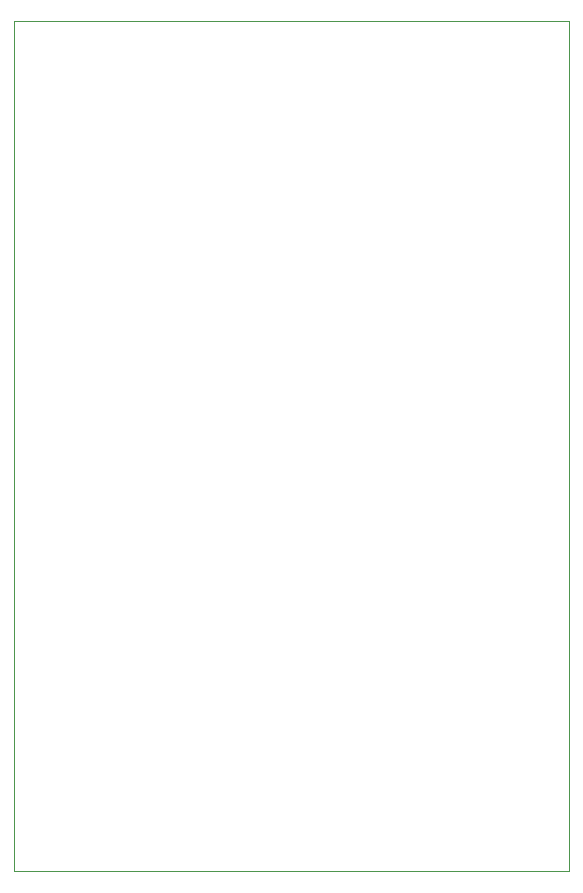
<source format=gm1>
%TF.GenerationSoftware,KiCad,Pcbnew,8.0.8*%
%TF.CreationDate,2025-04-14T16:09:26+09:00*%
%TF.ProjectId,EVBPusher_nano,45564250-7573-4686-9572-5f6e616e6f2e,0.1*%
%TF.SameCoordinates,PX5f5e100PY8f0d180*%
%TF.FileFunction,Profile,NP*%
%FSLAX46Y46*%
G04 Gerber Fmt 4.6, Leading zero omitted, Abs format (unit mm)*
G04 Created by KiCad (PCBNEW 8.0.8) date 2025-04-14 16:09:26*
%MOMM*%
%LPD*%
G01*
G04 APERTURE LIST*
%TA.AperFunction,Profile*%
%ADD10C,0.050000*%
%TD*%
G04 APERTURE END LIST*
D10*
X0Y72000000D02*
X47000000Y72000000D01*
X47000000Y0D01*
X0Y0D01*
X0Y72000000D01*
M02*

</source>
